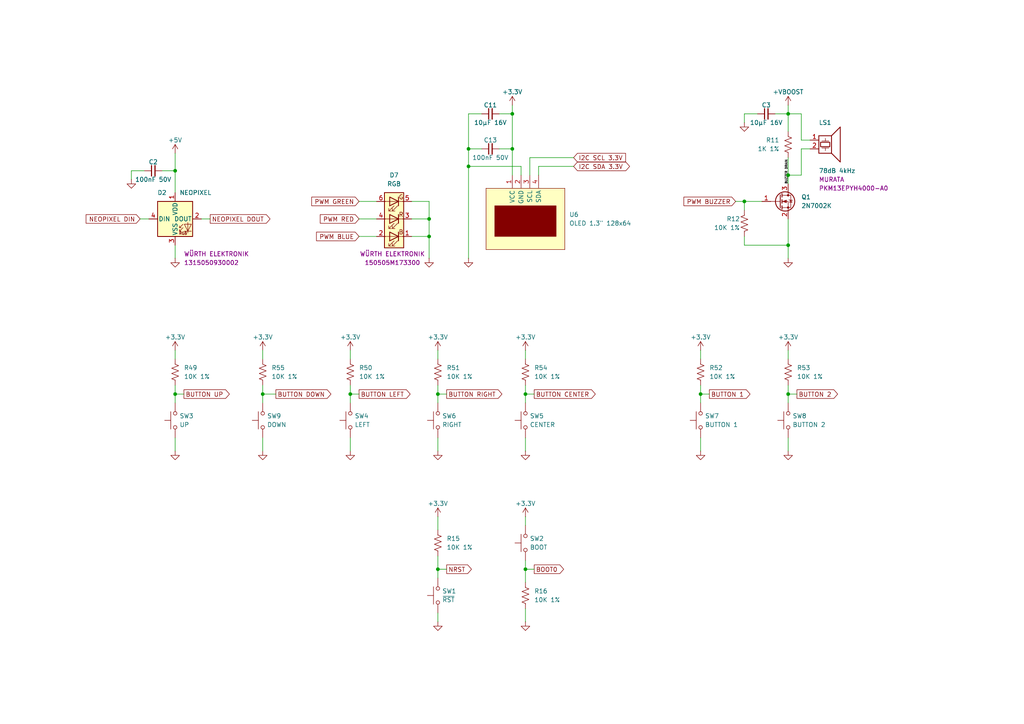
<source format=kicad_sch>
(kicad_sch (version 20231120) (generator "eeschema") (generator_version "8.0")
  (paper "A4")
  (title_block (title "EMBARCADOS - CURSO PCB") (date "2024-11-11") (rev "00") (company "Mechatronix Lab") (comment 1 "Eng. André A. M. Araújo"))
  (lib_symbols
    (symbol "EMBARCADOS - CURSO PCB:+5V" (power) (pin_numbers hide) (pin_names (offset 0) hide)
      (property "Value" "+5V" (at 0 3.556 0))
      (symbol "+5V_0_1"
        (polyline (pts (xy -0.762 1.27) (xy 0 2.54)))
        (polyline (pts (xy 0 0) (xy 0 2.54)))
        (polyline (pts (xy 0 2.54) (xy 0.762 1.27)))
      )
      (symbol "+5V_1_1"
        (pin power_in line (at 0 0 90) (length 0) (name "~") (number "1"))
      )
    )
    (symbol "EMBARCADOS - CURSO PCB:CAP 0603 100nF 50V AVX KGM15BR71H104K " (pin_numbers hide) (pin_names (offset 0.254) hide)
      (property "Reference" "C" (at 0.254 1.778 0))
      (property "Value" "100nF 50V" (at 0.254 -2.032 0))
      (symbol "CAP 0603 100nF 50V AVX KGM15BR71H104K _0_1"
        (polyline (pts (xy -1.524 -0.508) (xy 1.524 -0.508)) (stroke (width 0.3302)))
        (polyline (pts (xy -1.524 0.508) (xy 1.524 0.508)) (stroke (width 0.3048)))
      )
      (symbol "CAP 0603 100nF 50V AVX KGM15BR71H104K _1_1"
        (pin passive line (at 0 2.54 270) (length 2.032) (name "~") (number "1"))
        (pin passive line (at 0 -2.54 90) (length 2.032) (name "~") (number "2"))
      )
    )
    (symbol "EMBARCADOS - CURSO PCB:CAP 0805 10uF 16V AVX KGM21AR71C106K" (pin_numbers hide) (pin_names (offset 0.254) hide)
      (property "Reference" "C" (at 0.254 1.778 0))
      (property "Value" "10µF 16V" (at 0.254 -2.032 0))
      (symbol "CAP 0805 10uF 16V AVX KGM21AR71C106K_0_1"
        (polyline (pts (xy -1.524 -0.508) (xy 1.524 -0.508)) (stroke (width 0.3302)))
        (polyline (pts (xy -1.524 0.508) (xy 1.524 0.508)) (stroke (width 0.3048)))
      )
      (symbol "CAP 0805 10uF 16V AVX KGM21AR71C106K_1_1"
        (pin passive line (at 0 2.54 270) (length 2.032) (name "~") (number "1"))
        (pin passive line (at 0 -2.54 90) (length 2.032) (name "~") (number "2"))
      )
    )
    (symbol "EMBARCADOS - CURSO PCB:DISPLAY OLED 1.3{dblquote} 128x64"
      (property "Reference" "U" (at 12.7 8.128 0))
      (property "Value" "OLED 1.3\" 128x64" (at 20.828 -7.874 0))
      (symbol "DISPLAY OLED 1.3{dblquote} 128x64_1_0"
        (rectangle (start -11.43 8.89) (end 11.43 -8.89) (fill (type background)))
        (rectangle (start -8.89 3.81) (end 8.89 -5.08) (fill (type outline)))
      )
      (symbol "DISPLAY OLED 1.3{dblquote} 128x64_1_1"
        (pin power_in line (at -3.81 12.7 270) (length 3.81) (name "VCC") (number "1"))
        (pin power_in line (at -1.27 12.7 270) (length 3.81) (name "GND") (number "2"))
        (pin input line (at 1.27 12.7 270) (length 3.81) (name "SCL") (number "3"))
        (pin bidirectional line (at 3.81 12.7 270) (length 3.81) (name "SDA") (number "4"))
      )
    )
    (symbol "EMBARCADOS - CURSO PCB:LED RGB (NEOPIXEL/WS2812B) WÜRTH ELEKTRONIK 1315050930002 " (pin_names (offset 0.254))
      (property "Reference" "D" (at 5.08 5.715 0))
      (property "Value" "NEOPIXEL" (at 1.27 -5.715 0))
      (symbol "LED RGB (NEOPIXEL/WS2812B) WÜRTH ELEKTRONIK 1315050930002 _0_0"
        (text "RGB" (at 2.286 -4.191 0) (effects (font (size 0.762 0.762))))
      )
      (symbol "LED RGB (NEOPIXEL/WS2812B) WÜRTH ELEKTRONIK 1315050930002 _0_1"
        (polyline (pts (xy 1.27 -3.556) (xy 1.778 -3.556)))
        (polyline (pts (xy 1.27 -2.54) (xy 1.778 -2.54)))
        (polyline (pts (xy 4.699 -3.556) (xy 2.667 -3.556)))
        (polyline (pts (xy 2.286 -2.54) (xy 1.27 -3.556) (xy 1.27 -3.048)))
        (polyline (pts (xy 2.286 -1.524) (xy 1.27 -2.54) (xy 1.27 -2.032)))
        (polyline (pts (xy 3.683 -1.016) (xy 3.683 -3.556) (xy 3.683 -4.064)))
        (polyline (pts (xy 4.699 -1.524) (xy 2.667 -1.524) (xy 3.683 -3.556) (xy 4.699 -1.524)))
        (rectangle (start 5.08 5.08) (end -5.08 -5.08) (stroke (width 0.254)) (fill (type background)))
      )
      (symbol "LED RGB (NEOPIXEL/WS2812B) WÜRTH ELEKTRONIK 1315050930002 _1_1"
        (pin power_in line (at 0 7.62 270) (length 2.54) (name "VDD") (number "1"))
        (pin output line (at 7.62 0 180) (length 2.54) (name "DOUT") (number "2"))
        (pin power_in line (at 0 -7.62 90) (length 2.54) (name "VSS") (number "3"))
        (pin input line (at -7.62 0 0) (length 2.54) (name "DIN") (number "4"))
      )
    )
    (symbol "EMBARCADOS - CURSO PCB:LED RGB WÜRTH ELEKTRONIK 150505M173300 " (pin_names (offset 0) hide)
      (property "Reference" "D" (at 0 9.398 0))
      (property "Value" "RGB" (at 0 -8.89 0))
      (symbol "LED RGB WÜRTH ELEKTRONIK 150505M173300 _0_0"
        (text "B" (at -2.032 3.81 0) (effects (font (size 1.27 1.27))))
        (text "G" (at -2.032 -6.35 0) (effects (font (size 1.27 1.27))))
        (text "R" (at -2.032 -1.27 0) (effects (font (size 1.27 1.27))))
      )
      (symbol "LED RGB WÜRTH ELEKTRONIK 150505M173300 _0_1"
        (polyline (pts (xy -1.27 -5.08) (xy -2.54 -5.08)))
        (polyline (pts (xy -1.27 -5.08) (xy 1.27 -5.08)))
        (polyline (pts (xy -1.27 -3.81) (xy -1.27 -6.35)) (stroke (width 0.254)))
        (polyline (pts (xy -1.27 0) (xy -2.54 0)))
        (polyline (pts (xy -1.27 1.27) (xy -1.27 -1.27)) (stroke (width 0.254)))
        (polyline (pts (xy -1.27 5.08) (xy -2.54 5.08)))
        (polyline (pts (xy -1.27 5.08) (xy 1.27 5.08)))
        (polyline (pts (xy -1.27 6.35) (xy -1.27 3.81)) (stroke (width 0.254)))
        (polyline (pts (xy 1.27 -5.08) (xy 2.54 -5.08)))
        (polyline (pts (xy 1.27 0) (xy -1.27 0)))
        (polyline (pts (xy 1.27 0) (xy 2.54 0)))
        (polyline (pts (xy 1.27 5.08) (xy 2.54 5.08)))
        (polyline (pts (xy -1.27 1.27) (xy -1.27 -1.27) (xy -1.27 -1.27)))
        (polyline (pts (xy -1.27 6.35) (xy -1.27 3.81) (xy -1.27 3.81)))
        (polyline (pts (xy 1.27 -3.81) (xy 1.27 -6.35) (xy -1.27 -5.08) (xy 1.27 -3.81)) (stroke (width 0.254)))
        (polyline (pts (xy 1.27 1.27) (xy 1.27 -1.27) (xy -1.27 0) (xy 1.27 1.27)) (stroke (width 0.254)))
        (polyline (pts (xy 1.27 6.35) (xy 1.27 3.81) (xy -1.27 5.08) (xy 1.27 6.35)) (stroke (width 0.254)))
        (polyline (pts (xy -1.016 -3.81) (xy 0.508 -2.286) (xy -0.254 -2.286) (xy 0.508 -2.286) (xy 0.508 -3.048)))
        (polyline (pts (xy -1.016 1.27) (xy 0.508 2.794) (xy -0.254 2.794) (xy 0.508 2.794) (xy 0.508 2.032)))
        (polyline (pts (xy -1.016 6.35) (xy 0.508 7.874) (xy -0.254 7.874) (xy 0.508 7.874) (xy 0.508 7.112)))
        (polyline (pts (xy 0 -3.81) (xy 1.524 -2.286) (xy 0.762 -2.286) (xy 1.524 -2.286) (xy 1.524 -3.048)))
        (polyline (pts (xy 0 1.27) (xy 1.524 2.794) (xy 0.762 2.794) (xy 1.524 2.794) (xy 1.524 2.032)))
        (polyline (pts (xy 0 6.35) (xy 1.524 7.874) (xy 0.762 7.874) (xy 1.524 7.874) (xy 1.524 7.112)))
        (rectangle (start 1.27 -1.27) (end 1.27 1.27))
        (rectangle (start 1.27 1.27) (end 1.27 1.27))
        (rectangle (start 1.27 3.81) (end 1.27 6.35))
        (rectangle (start 1.27 6.35) (end 1.27 6.35))
        (rectangle (start 2.794 8.382) (end -2.794 -7.62) (stroke (width 0.254)) (fill (type background)))
      )
      (symbol "LED RGB WÜRTH ELEKTRONIK 150505M173300 _1_1"
        (pin passive line (at -5.08 5.08 0) (length 2.54) (name "RK") (number "1"))
        (pin passive line (at 5.08 5.08 180) (length 2.54) (name "GK") (number "2"))
        (pin passive line (at -5.08 0 0) (length 2.54) (name "BK") (number "3"))
        (pin passive line (at 5.08 0 180) (length 2.54) (name "BA") (number "4"))
        (pin passive line (at -5.08 -5.08 0) (length 2.54) (name "GA") (number "5"))
        (pin passive line (at 5.08 -5.08 180) (length 2.54) (name "RA") (number "6"))
      )
    )
    (symbol "EMBARCADOS - CURSO PCB:POWER GND" (power) (pin_numbers hide) (pin_names (offset 0) hide)
      (property "Value" "POWER GND" (at 0 -3.81 0))
      (symbol "POWER GND_0_1"
        (polyline (pts (xy 0 0) (xy 0 -1.27) (xy 1.27 -1.27) (xy 0 -2.54) (xy -1.27 -1.27) (xy 0 -1.27)))
      )
      (symbol "POWER GND_1_1"
        (pin power_in line (at 0 0 270) (length 0) (name "~") (number "1"))
      )
    )
    (symbol "EMBARCADOS - CURSO PCB:RES 0603 10K 1% VISHAY CRCW060310K0FK " (pin_numbers hide) (pin_names (offset 0))
      (property "Reference" "R" (at 2.54 0 90))
      (property "Value" "10K 1%" (at -2.54 0 90))
      (symbol "RES 0603 10K 1% VISHAY CRCW060310K0FK _0_1"
        (polyline (pts (xy 0 -2.286) (xy 0 -2.54)))
        (polyline (pts (xy 0 2.286) (xy 0 2.54)))
        (polyline (pts (xy 0 -0.762) (xy 1.016 -1.143) (xy 0 -1.524) (xy -1.016 -1.905) (xy 0 -2.286)))
        (polyline (pts (xy 0 0.762) (xy 1.016 0.381) (xy 0 0) (xy -1.016 -0.381) (xy 0 -0.762)))
        (polyline (pts (xy 0 2.286) (xy 1.016 1.905) (xy 0 1.524) (xy -1.016 1.143) (xy 0 0.762)))
      )
      (symbol "RES 0603 10K 1% VISHAY CRCW060310K0FK _1_1"
        (pin passive line (at 0 3.81 270) (length 1.27) (name "~") (number "1"))
        (pin passive line (at 0 -3.81 90) (length 1.27) (name "~") (number "2"))
      )
    )
    (symbol "EMBARCADOS - CURSO PCB:RES 0603 1K 1% VISHAY CRCW06031K00FK " (pin_numbers hide) (pin_names (offset 0))
      (property "Reference" "R" (at 2.54 0 90))
      (property "Value" "1K 1% " (at -2.54 0 90))
      (symbol "RES 0603 1K 1% VISHAY CRCW06031K00FK _0_1"
        (polyline (pts (xy 0 -2.286) (xy 0 -2.54)))
        (polyline (pts (xy 0 2.286) (xy 0 2.54)))
        (polyline (pts (xy 0 -0.762) (xy 1.016 -1.143) (xy 0 -1.524) (xy -1.016 -1.905) (xy 0 -2.286)))
        (polyline (pts (xy 0 0.762) (xy 1.016 0.381) (xy 0 0) (xy -1.016 -0.381) (xy 0 -0.762)))
        (polyline (pts (xy 0 2.286) (xy 1.016 1.905) (xy 0 1.524) (xy -1.016 1.143) (xy 0 0.762)))
      )
      (symbol "RES 0603 1K 1% VISHAY CRCW06031K00FK _1_1"
        (pin passive line (at 0 3.81 270) (length 1.27) (name "~") (number "1"))
        (pin passive line (at 0 -3.81 90) (length 1.27) (name "~") (number "2"))
      )
    )
    (symbol "EMBARCADOS - CURSO PCB:SPEAKER MURATA PKM13EPYH4000-A0" (pin_names (offset 0) hide)
      (property "Reference" "LS" (at 0 6.35 0))
      (property "Value" "78dB 4kHz " (at 0.254 -6.35 0))
      (symbol "SPEAKER MURATA PKM13EPYH4000-A0_0_0"
        (rectangle (start -3.81 2.54) (end -0.127 -2.54) (stroke (width 0.254)))
        (rectangle (start -3.302 0.635) (end -0.635 -0.635) (stroke (width 0.254)))
        (polyline (pts (xy -2.921 -1.016) (xy -0.889 -1.016)))
        (polyline (pts (xy -2.921 1.016) (xy -0.889 1.016)))
        (polyline (pts (xy -1.905 -1.016) (xy -1.905 -1.778)))
        (polyline (pts (xy -1.905 1.016) (xy -1.905 1.778)))
        (polyline (pts (xy -0.127 2.54) (xy 2.413 5.08) (xy 2.413 -5.08) (xy -0.127 -2.54)) (stroke (width 0.254)))
      )
      (symbol "SPEAKER MURATA PKM13EPYH4000-A0_1_1"
        (pin input line (at -6.35 1.27 0) (length 2.54) (name "1") (number "1"))
        (pin input line (at -6.35 -1.27 0) (length 2.54) (name "2") (number "2"))
      )
    )
    (symbol "EMBARCADOS - CURSO PCB:SWITCH TACTILE C&K PTS526SM20SMTR21 LFS" (pin_numbers hide) (pin_names (offset 1.016) hide)
      (property "Reference" "SW" (at 1.27 2.54 0))
      (property "Value" "PTS526SM20SMTR21 LFS " (at 0 -1.524 0))
      (symbol "SWITCH TACTILE C&K PTS526SM20SMTR21 LFS_0_1"
        (circle (center -2.032 0) (radius 0.508))
        (polyline (pts (xy 0 1.27) (xy 0 3.048)))
        (polyline (pts (xy 2.54 1.27) (xy -2.54 1.27)))
        (circle (center 2.032 0) (radius 0.508))
        (pin passive line (at -5.08 0 0) (length 2.54) (name "A") (number "1"))
      )
      (symbol "SWITCH TACTILE C&K PTS526SM20SMTR21 LFS_1_1"
        (pin passive line (at 5.08 0 180) (length 2.54) (name "B") (number "2"))
      )
    )
    (symbol "EMBARCADOS - CURSO PCB:TRANSISTOR 2N7002K-7" (pin_names hide)
      (property "Reference" "Q" (at 5.08 1.905 0))
      (property "Value" "2N7002K" (at 5.08 0 0))
      (symbol "TRANSISTOR 2N7002K-7_0_1"
        (polyline (pts (xy 0.254 0) (xy -2.54 0)))
        (polyline (pts (xy 0.254 1.905) (xy 0.254 -1.905)) (stroke (width 0.254)))
        (polyline (pts (xy 0.762 -1.27) (xy 0.762 -2.286)) (stroke (width 0.254)))
        (polyline (pts (xy 0.762 0.508) (xy 0.762 -0.508)) (stroke (width 0.254)))
        (polyline (pts (xy 0.762 2.286) (xy 0.762 1.27)) (stroke (width 0.254)))
        (polyline (pts (xy 2.54 2.54) (xy 2.54 1.778)))
        (polyline (pts (xy 2.54 -2.54) (xy 2.54 0) (xy 0.762 0)))
        (polyline (pts (xy 0.762 -1.778) (xy 3.302 -1.778) (xy 3.302 1.778) (xy 0.762 1.778)))
        (polyline (pts (xy 1.016 0) (xy 2.032 0.381) (xy 2.032 -0.381) (xy 1.016 0)) (fill (type outline)))
        (polyline (pts (xy 2.794 0.508) (xy 2.921 0.381) (xy 3.683 0.381) (xy 3.81 0.254)))
        (polyline (pts (xy 3.302 0.381) (xy 2.921 -0.254) (xy 3.683 -0.254) (xy 3.302 0.381)))
        (circle (center 1.651 0) (radius 2.794) (stroke (width 0.254)))
        (circle (center 2.54 -1.778) (radius 0.254) (fill (type outline)))
        (circle (center 2.54 1.778) (radius 0.254) (fill (type outline)))
      )
      (symbol "TRANSISTOR 2N7002K-7_1_1"
        (pin input line (at -5.08 0 0) (length 2.54) (name "G") (number "1"))
        (pin passive line (at 2.54 -5.08 90) (length 2.54) (name "S") (number "2"))
        (pin passive line (at 2.54 5.08 270) (length 2.54) (name "D") (number "3"))
      )
    )
  )
  (junction (at 50.8 114.3))
  (junction (at 152.4 114.3))
  (junction (at 127 114.3))
  (junction (at 148.59 43.18))
  (junction (at 50.8 49.53))
  (junction (at 135.89 48.26))
  (junction (at 124.46 63.5))
  (junction (at 228.6 114.3))
  (junction (at 135.89 43.18))
  (junction (at 203.2 114.3))
  (junction (at 228.6 71.12))
  (junction (at 76.2 114.3))
  (junction (at 228.6 33.02))
  (junction (at 148.59 33.02))
  (junction (at 228.6 50.8))
  (junction (at 215.9 58.42))
  (junction (at 124.46 68.58))
  (junction (at 152.4 165.1))
  (junction (at 101.6 114.3))
  (junction (at 127 165.1))
  (wire (pts (xy 152.4 165.1) (xy 154.94 165.1)))
  (wire (pts (xy 228.6 111.76) (xy 228.6 114.3)))
  (wire (pts (xy 101.6 114.3) (xy 104.14 114.3)))
  (wire (pts (xy 152.4 127) (xy 152.4 130.81)))
  (wire (pts (xy 228.6 50.8) (xy 232.41 50.8)))
  (wire (pts (xy 203.2 127) (xy 203.2 130.81)))
  (wire (pts (xy 127 177.8) (xy 127 180.34)))
  (wire (pts (xy 124.46 68.58) (xy 124.46 63.5)))
  (wire (pts (xy 76.2 101.6) (xy 76.2 104.14)))
  (wire (pts (xy 228.6 101.6) (xy 228.6 104.14)))
  (wire (pts (xy 101.6 127) (xy 101.6 130.81)))
  (wire (pts (xy 76.2 127) (xy 76.2 130.81)))
  (wire (pts (xy 76.2 111.76) (xy 76.2 114.3)))
  (wire (pts (xy 228.6 30.48) (xy 228.6 33.02)))
  (wire (pts (xy 166.37 45.72) (xy 153.67 45.72)))
  (wire (pts (xy 135.89 43.18) (xy 139.7 43.18)))
  (wire (pts (xy 152.4 111.76) (xy 152.4 114.3)))
  (wire (pts (xy 152.4 165.1) (xy 152.4 168.91)))
  (wire (pts (xy 148.59 30.48) (xy 148.59 33.02)))
  (wire (pts (xy 228.6 50.8) (xy 228.6 53.34)))
  (wire (pts (xy 151.13 48.26) (xy 135.89 48.26)))
  (wire (pts (xy 153.67 45.72) (xy 153.67 50.8)))
  (wire (pts (xy 152.4 114.3) (xy 154.94 114.3)))
  (wire (pts (xy 127 114.3) (xy 127 116.84)))
  (wire (pts (xy 139.7 33.02) (xy 135.89 33.02)))
  (wire (pts (xy 232.41 43.18) (xy 234.95 43.18)))
  (wire (pts (xy 119.38 63.5) (xy 124.46 63.5)))
  (wire (pts (xy 148.59 43.18) (xy 148.59 50.8)))
  (wire (pts (xy 119.38 68.58) (xy 124.46 68.58)))
  (wire (pts (xy 50.8 71.12) (xy 50.8 74.93)))
  (wire (pts (xy 104.14 63.5) (xy 109.22 63.5)))
  (wire (pts (xy 127 114.3) (xy 129.54 114.3)))
  (wire (pts (xy 152.4 176.53) (xy 152.4 180.34)))
  (wire (pts (xy 135.89 48.26) (xy 135.89 74.93)))
  (wire (pts (xy 50.8 127) (xy 50.8 130.81)))
  (wire (pts (xy 148.59 33.02) (xy 148.59 43.18)))
  (wire (pts (xy 50.8 114.3) (xy 53.34 114.3)))
  (wire (pts (xy 228.6 33.02) (xy 228.6 38.1)))
  (wire (pts (xy 152.4 114.3) (xy 152.4 116.84)))
  (wire (pts (xy 224.79 33.02) (xy 228.6 33.02)))
  (wire (pts (xy 101.6 101.6) (xy 101.6 104.14)))
  (wire (pts (xy 127 161.29) (xy 127 165.1)))
  (wire (pts (xy 232.41 43.18) (xy 232.41 50.8)))
  (wire (pts (xy 127 127) (xy 127 130.81)))
  (wire (pts (xy 104.14 58.42) (xy 109.22 58.42)))
  (wire (pts (xy 151.13 50.8) (xy 151.13 48.26)))
  (wire (pts (xy 234.95 40.64) (xy 232.41 40.64)))
  (wire (pts (xy 228.6 33.02) (xy 232.41 33.02)))
  (wire (pts (xy 228.6 71.12) (xy 228.6 74.93)))
  (wire (pts (xy 213.36 58.42) (xy 215.9 58.42)))
  (wire (pts (xy 228.6 127) (xy 228.6 130.81)))
  (wire (pts (xy 127 111.76) (xy 127 114.3)))
  (wire (pts (xy 228.6 45.72) (xy 228.6 50.8)))
  (wire (pts (xy 215.9 68.58) (xy 215.9 71.12)))
  (wire (pts (xy 203.2 114.3) (xy 205.74 114.3)))
  (wire (pts (xy 228.6 114.3) (xy 231.14 114.3)))
  (wire (pts (xy 156.21 48.26) (xy 156.21 50.8)))
  (wire (pts (xy 135.89 33.02) (xy 135.89 43.18)))
  (wire (pts (xy 76.2 114.3) (xy 76.2 116.84)))
  (wire (pts (xy 104.14 68.58) (xy 109.22 68.58)))
  (wire (pts (xy 46.99 49.53) (xy 50.8 49.53)))
  (wire (pts (xy 50.8 114.3) (xy 50.8 116.84)))
  (wire (pts (xy 127 149.86) (xy 127 153.67)))
  (wire (pts (xy 152.4 101.6) (xy 152.4 104.14)))
  (wire (pts (xy 215.9 58.42) (xy 220.98 58.42)))
  (wire (pts (xy 228.6 63.5) (xy 228.6 71.12)))
  (wire (pts (xy 166.37 48.26) (xy 156.21 48.26)))
  (wire (pts (xy 203.2 111.76) (xy 203.2 114.3)))
  (wire (pts (xy 127 101.6) (xy 127 104.14)))
  (wire (pts (xy 101.6 114.3) (xy 101.6 116.84)))
  (wire (pts (xy 124.46 74.93) (xy 124.46 68.58)))
  (wire (pts (xy 152.4 162.56) (xy 152.4 165.1)))
  (wire (pts (xy 215.9 71.12) (xy 228.6 71.12)))
  (wire (pts (xy 144.78 33.02) (xy 148.59 33.02)))
  (wire (pts (xy 40.64 63.5) (xy 43.18 63.5)))
  (wire (pts (xy 127 165.1) (xy 127 167.64)))
  (wire (pts (xy 50.8 49.53) (xy 50.8 55.88)))
  (wire (pts (xy 38.1 52.07) (xy 38.1 49.53)))
  (wire (pts (xy 124.46 63.5) (xy 124.46 58.42)))
  (wire (pts (xy 124.46 58.42) (xy 119.38 58.42)))
  (wire (pts (xy 144.78 43.18) (xy 148.59 43.18)))
  (wire (pts (xy 228.6 114.3) (xy 228.6 116.84)))
  (wire (pts (xy 203.2 114.3) (xy 203.2 116.84)))
  (wire (pts (xy 76.2 114.3) (xy 80.01 114.3)))
  (wire (pts (xy 215.9 33.02) (xy 215.9 35.56)))
  (wire (pts (xy 38.1 49.53) (xy 41.91 49.53)))
  (wire (pts (xy 50.8 44.45) (xy 50.8 49.53)))
  (wire (pts (xy 203.2 101.6) (xy 203.2 104.14)))
  (wire (pts (xy 232.41 40.64) (xy 232.41 33.02)))
  (wire (pts (xy 58.42 63.5) (xy 60.96 63.5)))
  (wire (pts (xy 215.9 58.42) (xy 215.9 60.96)))
  (wire (pts (xy 135.89 43.18) (xy 135.89 48.26)))
  (wire (pts (xy 215.9 33.02) (xy 219.71 33.02)))
  (wire (pts (xy 152.4 149.86) (xy 152.4 152.4)))
  (wire (pts (xy 127 165.1) (xy 129.54 165.1)))
  (wire (pts (xy 50.8 101.6) (xy 50.8 104.14)))
  (wire (pts (xy 101.6 111.76) (xy 101.6 114.3)))
  (wire (pts (xy 50.8 111.76) (xy 50.8 114.3)))
  (label "BUZZER DRAIN" (at 228.6 53.34 90) (effects (font (size 0.635 0.635))))
  (global_label "BUTTON 1" (shape output) (at 205.74 114.3 0) (property "Intersheetrefs" "${INTERSHEET_REFS}" (effects (hide yes))))
  (global_label "NRST" (shape output) (at 129.54 165.1 0) (property "Intersheetrefs" "${INTERSHEET_REFS}" (effects (hide yes))))
  (global_label "BUTTON LEFT" (shape output) (at 104.14 114.3 0) (property "Intersheetrefs" "${INTERSHEET_REFS}" (effects (hide yes))))
  (global_label "BUTTON UP" (shape output) (at 53.34 114.3 0) (property "Intersheetrefs" "${INTERSHEET_REFS}" (effects (hide yes))))
  (global_label "PWM RED" (shape input) (at 104.14 63.5 180) (property "Intersheetrefs" "${INTERSHEET_REFS}" (effects (hide yes))))
  (global_label "BUTTON DOWN" (shape output) (at 80.01 114.3 0) (property "Intersheetrefs" "${INTERSHEET_REFS}" (effects (hide yes))))
  (global_label "I2C SCL 3.3V" (shape input) (at 166.37 45.72 0) (property "Intersheetrefs" "${INTERSHEET_REFS}" (effects (hide yes))))
  (global_label "NEOPIXEL DIN" (shape input) (at 40.64 63.5 180) (property "Intersheetrefs" "${INTERSHEET_REFS}" (effects (hide yes))))
  (global_label "BOOT0" (shape output) (at 154.94 165.1 0) (property "Intersheetrefs" "${INTERSHEET_REFS}" (effects (hide yes))))
  (global_label "BUTTON CENTER" (shape output) (at 154.94 114.3 0) (property "Intersheetrefs" "${INTERSHEET_REFS}" (effects (hide yes))))
  (global_label "PWM BLUE" (shape input) (at 104.14 68.58 180) (property "Intersheetrefs" "${INTERSHEET_REFS}" (effects (hide yes))))
  (global_label "BUTTON RIGHT" (shape output) (at 129.54 114.3 0) (property "Intersheetrefs" "${INTERSHEET_REFS}" (effects (hide yes))))
  (global_label "NEOPIXEL DOUT" (shape output) (at 60.96 63.5 0) (property "Intersheetrefs" "${INTERSHEET_REFS}" (effects (hide yes))))
  (global_label "BUTTON 2" (shape output) (at 231.14 114.3 0) (property "Intersheetrefs" "${INTERSHEET_REFS}" (effects (hide yes))))
  (global_label "I2C SDA 3.3V" (shape bidirectional) (at 166.37 48.26 0) (property "Intersheetrefs" "${INTERSHEET_REFS}" (effects (hide yes))))
  (global_label "PWM BUZZER" (shape input) (at 213.36 58.42 180) (property "Intersheetrefs" "${INTERSHEET_REFS}" (effects (hide yes))))
  (global_label "PWM GREEN" (shape input) (at 104.14 58.42 180) (property "Intersheetrefs" "${INTERSHEET_REFS}" (effects (hide yes))))
  (symbol (lib_id "EMBARCADOS - CURSO PCB:+5V") (at 228.6 30.48 0) (unit 1)
    (property "Reference" "#PWR078" (effects (hide yes)))
    (property "Value" "+VBOOST" (at 228.6 26.67 0))
    (property "Description" "Power symbol creates a global label with name \"+5V\"" (effects (hide yes)))
  )
  (symbol (lib_id "EMBARCADOS - CURSO PCB:RES 0603 1K 1% VISHAY CRCW06031K00FK ") (at 228.6 41.91 0) (unit 1)
    (property "Reference" "R11" (at 226.06 40.64 0) (effects (justify right)))
    (property "Value" "1K 1%" (at 226.06 43.18 0) (effects (justify right)))
    (property "Footprint" "EMBARCADOS - CURSO PCB:R_0603_1608Metric" (effects (hide yes)))
    (property "Datasheet" "https://www.we-online.com/components/products/datasheet/61300411821.pdf" (effects (hide yes)))
    (property "Description" "RES 0603 1K 1% VISHAY" (effects (hide yes)))
    (property "MPN" "CRCW06031K00FK " (effects (hide yes)))
    (property "Manufacturer" "VISHAY " (effects (hide yes)))
    (property "3D Model" "KiCad" (effects (hide yes)))
    (property "Notes" "-" (effects (hide yes)))
    (property "LCSC Part # " "C21190 " (effects (hide yes)))
    (property "LCSC MPN " "0603WAF1001T5E " (effects (hide yes)))
    (property "LCSC MANUFACTURER " "UNI-ROYAL " (effects (hide yes)))
  )
  (symbol (lib_id "EMBARCADOS - CURSO PCB:POWER GND") (at 228.6 74.93 0) (unit 1)
    (property "Reference" "#PWR079" (effects (hide yes)))
    (property "Value" "GND" (effects (hide yes)))
    (property "Description" "Power symbol creates a global label with name \"GND\" , ground" (effects (hide yes)))
  )
  (symbol (lib_id "EMBARCADOS - CURSO PCB:POWER GND") (at 127 180.34 0) (unit 1)
    (property "Reference" "#PWR0100" (effects (hide yes)))
    (property "Value" "GND" (effects (hide yes)))
    (property "Description" "Power symbol creates a global label with name \"GND\" , ground" (effects (hide yes)))
  )
  (symbol (lib_id "EMBARCADOS - CURSO PCB:RES 0603 10K 1% VISHAY CRCW060310K0FK ") (at 101.6 107.95 0) (unit 1)
    (property "Reference" "R50" (at 104.14 106.6799 0) (effects (justify left)))
    (property "Value" "10K 1%" (at 104.14 109.2199 0) (effects (justify left)))
    (property "Footprint" "EMBARCADOS - CURSO PCB:R_0603_1608Metric" (effects (hide yes)))
    (property "Datasheet" "https://www.we-online.com/components/products/datasheet/61300411821.pdf" (effects (hide yes)))
    (property "Description" "RES 0603 10K 1% VISHAY" (effects (hide yes)))
    (property "MPN" "CRCW060310K0FK " (effects (hide yes)))
    (property "Manufacturer" "VISHAY " (effects (hide yes)))
    (property "3D Model" "KiCad" (effects (hide yes)))
    (property "Notes" "-" (effects (hide yes)))
    (property "LCSC Part # " "C25804 " (effects (hide yes)))
    (property "LCSC MPN " "0603WAF1002T5E " (effects (hide yes)))
    (property "LCSC MANUFACTURER " "UNI-ROYAL " (effects (hide yes)))
  )
  (symbol (lib_id "EMBARCADOS - CURSO PCB:+5V") (at 228.6 101.6 0) (unit 1)
    (property "Reference" "#PWR097" (effects (hide yes)))
    (property "Value" "+3.3V" (at 228.6 97.79 0))
    (property "Description" "Power symbol creates a global label with name \"+5V\"" (effects (hide yes)))
  )
  (symbol (lib_id "EMBARCADOS - CURSO PCB:+5V") (at 127 101.6 0) (unit 1)
    (property "Reference" "#PWR091" (effects (hide yes)))
    (property "Value" "+3.3V" (at 127 97.79 0))
    (property "Description" "Power symbol creates a global label with name \"+5V\"" (effects (hide yes)))
  )
  (symbol (lib_id "EMBARCADOS - CURSO PCB:POWER GND") (at 215.9 35.56 0) (unit 1)
    (property "Reference" "#PWR081" (effects (hide yes)))
    (property "Value" "GND" (effects (hide yes)))
    (property "Description" "Power symbol creates a global label with name \"GND\" , ground" (effects (hide yes)))
  )
  (symbol (lib_id "EMBARCADOS - CURSO PCB:+5V") (at 50.8 101.6 0) (unit 1)
    (property "Reference" "#PWR086" (effects (hide yes)))
    (property "Value" "+3.3V" (at 50.8 97.79 0))
    (property "Description" "Power symbol creates a global label with name \"+5V\"" (effects (hide yes)))
  )
  (symbol (lib_id "EMBARCADOS - CURSO PCB:+5V") (at 152.4 149.86 0) (unit 1)
    (property "Reference" "#PWR0104" (effects (hide yes)))
    (property "Value" "+3.3V" (at 152.4 146.05 0))
    (property "Description" "Power symbol creates a global label with name \"+5V\"" (effects (hide yes)))
  )
  (symbol (lib_id "EMBARCADOS - CURSO PCB:CAP 0603 100nF 50V AVX KGM15BR71H104K ") (at 142.24 43.18 90) (unit 1)
    (property "Reference" "C13" (at 142.24 40.64 90))
    (property "Value" "100nF 50V" (at 142.24 45.72 90))
    (property "Footprint" "EMBARCADOS - CURSO PCB:C_0603_1608Metric" (effects (hide yes)))
    (property "Datasheet" "https://datasheets.kyocera-avx.com/KGM_X7R.pdf" (effects (hide yes)))
    (property "Description" "CAP 0603 100nF 50V AVX" (effects (hide yes)))
    (property "MPN" "KGM15BR71H104K " (effects (hide yes)))
    (property "Manufacturer" "KYOCERA/AVX " (effects (hide yes)))
    (property "3D Model" "KiCad" (effects (hide yes)))
    (property "Notes" "-" (effects (hide yes)))
    (property "LCSC Part #" "C14663 " (effects (hide yes)))
    (property "LCSC MPN " "CC0603KRX7R9BB104 " (effects (hide yes)))
    (property "LCSC MANUFACTURER " "YAGEO " (effects (hide yes)))
  )
  (symbol (lib_id "EMBARCADOS - CURSO PCB:RES 0603 10K 1% VISHAY CRCW060310K0FK ") (at 152.4 172.72 0) (unit 1)
    (property "Reference" "R16" (at 154.94 171.4499 0) (effects (justify left)))
    (property "Value" "10K 1%" (at 154.94 173.9899 0) (effects (justify left)))
    (property "Footprint" "EMBARCADOS - CURSO PCB:R_0603_1608Metric" (effects (hide yes)))
    (property "Datasheet" "https://www.we-online.com/components/products/datasheet/61300411821.pdf" (effects (hide yes)))
    (property "Description" "RES 0603 10K 1% VISHAY" (effects (hide yes)))
    (property "MPN" "CRCW060310K0FK " (effects (hide yes)))
    (property "Manufacturer" "VISHAY " (effects (hide yes)))
    (property "3D Model" "KiCad" (effects (hide yes)))
    (property "Notes" "-" (effects (hide yes)))
    (property "LCSC Part # " "C25804 " (effects (hide yes)))
    (property "LCSC MPN " "0603WAF1002T5E " (effects (hide yes)))
    (property "LCSC MANUFACTURER " "UNI-ROYAL " (effects (hide yes)))
  )
  (symbol (lib_id "EMBARCADOS - CURSO PCB:+5V") (at 76.2 101.6 0) (unit 1)
    (property "Reference" "#PWR087" (effects (hide yes)))
    (property "Value" "+3.3V" (at 76.2 97.79 0))
    (property "Description" "Power symbol creates a global label with name \"+5V\"" (effects (hide yes)))
  )
  (symbol (lib_id "EMBARCADOS - CURSO PCB:SWITCH TACTILE C&K PTS526SM20SMTR21 LFS") (at 127 121.92 90) (unit 1)
    (property "Reference" "SW6" (at 128.27 120.6499 90) (effects (justify right)))
    (property "Value" "RIGHT" (at 128.27 123.1899 90) (effects (justify right)))
    (property "Footprint" "EMBARCADOS - CURSO PCB:C&K PTS526SM20SMTR21 LFS" (effects (hide yes)))
    (property "Datasheet" "https://www.ckswitches.com/media/2780/pts526.pdf" (effects (hide yes)))
    (property "Description" "PTS SERIES MICROMINIATURE TACT SWITCHES" (effects (hide yes)))
    (property "MPN" "PTS526SM20SMTR21 LFS " (effects (hide yes)))
    (property "Manufacturer" "LITTELFUSE/C&K " (effects (hide yes)))
    (property "3D Model" "https://www.ckswitches.com/products/switches/product-details/Tactile/PTS526/PTS526SM20SMTR21%20LFS/ " (effects (hide yes)))
    (property "Notes" "-" (effects (hide yes)))
    (property "LCSC Part # " "-" (effects (hide yes)))
    (property "LCSC MPN " "-" (effects (hide yes)))
    (property "LCSC MANUFACTURER " "-" (effects (hide yes)))
  )
  (symbol (lib_id "EMBARCADOS - CURSO PCB:DISPLAY OLED 1.3{dblquote} 128x64") (at 152.4 63.5 0) (unit 1)
    (property "Reference" "U6" (at 165.1 62.2299 0) (effects (justify left)))
    (property "Value" "OLED 1.3\" 128x64" (at 165.1 64.7699 0) (effects (justify left)))
    (property "Footprint" "EMBARCADOS - CURSO PCB:OLED 128x64 1.3in" (effects (hide yes)))
    (property "Datasheet" "https://www.we-online.com/components/products/datasheet/61300411821.pdf" (effects (hide yes)))
    (property "Description" "OLED 1.3\" 128x64" (effects (hide yes)))
    (property "MPN" "61300411821 " (effects (hide yes)))
    (property "Manufacturer" "WÜRTH ELEKTRONIK " (effects (hide yes)))
    (property "3D Model" "https://www.we-online.com/components/products/download/61300411821%20%28rev1%29.iges" (effects (hide yes)))
    (property "Notes" "THRU HOLE" (effects (hide yes)))
    (property "LCSC Part # " "-" (effects (hide yes)))
    (property "LCSC MPN " "-" (effects (hide yes)))
    (property "LCSC MANUFACTURER " "-" (effects (hide yes)))
  )
  (symbol (lib_id "EMBARCADOS - CURSO PCB:RES 0603 10K 1% VISHAY CRCW060310K0FK ") (at 76.2 107.95 0) (unit 1)
    (property "Reference" "R55" (at 78.74 106.6799 0) (effects (justify left)))
    (property "Value" "10K 1%" (at 78.74 109.2199 0) (effects (justify left)))
    (property "Footprint" "EMBARCADOS - CURSO PCB:R_0603_1608Metric" (effects (hide yes)))
    (property "Datasheet" "https://www.we-online.com/components/products/datasheet/61300411821.pdf" (effects (hide yes)))
    (property "Description" "RES 0603 10K 1% VISHAY" (effects (hide yes)))
    (property "MPN" "CRCW060310K0FK " (effects (hide yes)))
    (property "Manufacturer" "VISHAY " (effects (hide yes)))
    (property "3D Model" "KiCad" (effects (hide yes)))
    (property "Notes" "-" (effects (hide yes)))
    (property "LCSC Part # " "C25804 " (effects (hide yes)))
    (property "LCSC MPN " "0603WAF1002T5E " (effects (hide yes)))
    (property "LCSC MANUFACTURER " "UNI-ROYAL " (effects (hide yes)))
  )
  (symbol (lib_id "EMBARCADOS - CURSO PCB:POWER GND") (at 152.4 180.34 0) (unit 1)
    (property "Reference" "#PWR0103" (effects (hide yes)))
    (property "Value" "GND" (effects (hide yes)))
    (property "Description" "Power symbol creates a global label with name \"GND\" , ground" (effects (hide yes)))
  )
  (symbol (lib_id "EMBARCADOS - CURSO PCB:RES 0603 10K 1% VISHAY CRCW060310K0FK ") (at 228.6 107.95 0) (unit 1)
    (property "Reference" "R53" (at 231.14 106.6799 0) (effects (justify left)))
    (property "Value" "10K 1%" (at 231.14 109.2199 0) (effects (justify left)))
    (property "Footprint" "EMBARCADOS - CURSO PCB:R_0603_1608Metric" (effects (hide yes)))
    (property "Datasheet" "https://www.we-online.com/components/products/datasheet/61300411821.pdf" (effects (hide yes)))
    (property "Description" "RES 0603 10K 1% VISHAY" (effects (hide yes)))
    (property "MPN" "CRCW060310K0FK " (effects (hide yes)))
    (property "Manufacturer" "VISHAY " (effects (hide yes)))
    (property "3D Model" "KiCad" (effects (hide yes)))
    (property "Notes" "-" (effects (hide yes)))
    (property "LCSC Part # " "C25804 " (effects (hide yes)))
    (property "LCSC MPN " "0603WAF1002T5E " (effects (hide yes)))
    (property "LCSC MANUFACTURER " "UNI-ROYAL " (effects (hide yes)))
  )
  (symbol (lib_id "EMBARCADOS - CURSO PCB:POWER GND") (at 50.8 130.81 0) (unit 1)
    (property "Reference" "#PWR085" (effects (hide yes)))
    (property "Value" "GND" (effects (hide yes)))
    (property "Description" "Power symbol creates a global label with name \"GND\" , ground" (effects (hide yes)))
  )
  (symbol (lib_id "EMBARCADOS - CURSO PCB:POWER GND") (at 101.6 130.81 0) (unit 1)
    (property "Reference" "#PWR090" (effects (hide yes)))
    (property "Value" "GND" (effects (hide yes)))
    (property "Description" "Power symbol creates a global label with name \"GND\" , ground" (effects (hide yes)))
  )
  (symbol (lib_id "EMBARCADOS - CURSO PCB:CAP 0603 100nF 50V AVX KGM15BR71H104K ") (at 44.45 49.53 90) (unit 1)
    (property "Reference" "C2" (at 44.45 46.99 90))
    (property "Value" "100nF 50V" (at 44.45 52.07 90))
    (property "Footprint" "EMBARCADOS - CURSO PCB:C_0603_1608Metric" (effects (hide yes)))
    (property "Datasheet" "https://datasheets.kyocera-avx.com/KGM_X7R.pdf" (effects (hide yes)))
    (property "Description" "CAP 0603 100nF 50V AVX" (effects (hide yes)))
    (property "MPN" "KGM15BR71H104K " (effects (hide yes)))
    (property "Manufacturer" "KYOCERA/AVX " (effects (hide yes)))
    (property "3D Model" "KiCad" (effects (hide yes)))
    (property "Notes" "-" (effects (hide yes)))
    (property "LCSC Part #" "C14663 " (effects (hide yes)))
    (property "LCSC MPN " "CC0603KRX7R9BB104 " (effects (hide yes)))
    (property "LCSC MANUFACTURER " "YAGEO " (effects (hide yes)))
  )
  (symbol (lib_id "EMBARCADOS - CURSO PCB:SWITCH TACTILE C&K PTS526SM20SMTR21 LFS") (at 203.2 121.92 90) (unit 1)
    (property "Reference" "SW7" (at 204.47 120.6499 90) (effects (justify right)))
    (property "Value" "BUTTON 1" (at 204.47 123.1899 90) (effects (justify right)))
    (property "Footprint" "EMBARCADOS - CURSO PCB:C&K PTS526SM20SMTR21 LFS" (effects (hide yes)))
    (property "Datasheet" "https://www.ckswitches.com/media/2780/pts526.pdf" (effects (hide yes)))
    (property "Description" "PTS SERIES MICROMINIATURE TACT SWITCHES" (effects (hide yes)))
    (property "MPN" "PTS526SM20SMTR21 LFS " (effects (hide yes)))
    (property "Manufacturer" "LITTELFUSE/C&K " (effects (hide yes)))
    (property "3D Model" "https://www.ckswitches.com/products/switches/product-details/Tactile/PTS526/PTS526SM20SMTR21%20LFS/ " (effects (hide yes)))
    (property "Notes" "-" (effects (hide yes)))
    (property "LCSC Part # " "-" (effects (hide yes)))
    (property "LCSC MPN " "-" (effects (hide yes)))
    (property "LCSC MANUFACTURER " "-" (effects (hide yes)))
  )
  (symbol (lib_id "EMBARCADOS - CURSO PCB:TRANSISTOR 2N7002K-7") (at 226.06 58.42 0) (unit 1)
    (property "Reference" "Q1" (at 232.41 57.15 0) (effects (justify left)))
    (property "Value" "2N7002K" (at 232.41 59.69 0) (effects (justify left)))
    (property "Footprint" "EMBARCADOS - CURSO PCB:SOT-23" (effects (hide yes)))
    (property "Datasheet" "https://www.diodes.com/datasheet/download/2N7002K.pdf" (effects (hide yes)))
    (property "Description" "TRANSISTOR SOT-23 MOSFET N 60V 380mA" (effects (hide yes)))
    (property "MPN" "2N7002K-7" (effects (hide yes)))
    (property "Manufacturer" "DIODES INCORPORATED " (effects (hide yes)))
    (property "3D Model" "KiCad" (effects (hide yes)))
    (property "Notes" "-" (effects (hide yes)))
    (property "LCSC Part # " "C8545 " (effects (hide yes)))
    (property "LCSC MPN " "2N7002 " (effects (hide yes)))
    (property "LCSC MANUFACTURER " "JIANGSU CHANGJING " (effects (hide yes)))
  )
  (symbol (lib_id "EMBARCADOS - CURSO PCB:POWER GND") (at 228.6 130.81 0) (unit 1)
    (property "Reference" "#PWR098" (effects (hide yes)))
    (property "Value" "GND" (effects (hide yes)))
    (property "Description" "Power symbol creates a global label with name \"GND\" , ground" (effects (hide yes)))
  )
  (symbol (lib_id "EMBARCADOS - CURSO PCB:SWITCH TACTILE C&K PTS526SM20SMTR21 LFS") (at 228.6 121.92 90) (unit 1)
    (property "Reference" "SW8" (at 229.87 120.6499 90) (effects (justify right)))
    (property "Value" "BUTTON 2" (at 229.87 123.1899 90) (effects (justify right)))
    (property "Footprint" "EMBARCADOS - CURSO PCB:C&K PTS526SM20SMTR21 LFS" (effects (hide yes)))
    (property "Datasheet" "https://www.ckswitches.com/media/2780/pts526.pdf" (effects (hide yes)))
    (property "Description" "PTS SERIES MICROMINIATURE TACT SWITCHES" (effects (hide yes)))
    (property "MPN" "PTS526SM20SMTR21 LFS " (effects (hide yes)))
    (property "Manufacturer" "LITTELFUSE/C&K " (effects (hide yes)))
    (property "3D Model" "https://www.ckswitches.com/products/switches/product-details/Tactile/PTS526/PTS526SM20SMTR21%20LFS/ " (effects (hide yes)))
    (property "Notes" "-" (effects (hide yes)))
    (property "LCSC Part # " "-" (effects (hide yes)))
    (property "LCSC MPN " "-" (effects (hide yes)))
    (property "LCSC MANUFACTURER " "-" (effects (hide yes)))
  )
  (symbol (lib_id "EMBARCADOS - CURSO PCB:CAP 0805 10uF 16V AVX KGM21AR71C106K") (at 142.24 33.02 90) (unit 1)
    (property "Reference" "C11" (at 142.24 30.48 90))
    (property "Value" "10µF 16V" (at 142.24 35.56 90))
    (property "Footprint" "EMBARCADOS - CURSO PCB:C_0805_2012Metric" (effects (hide yes)))
    (property "Datasheet" "https://datasheets.kyocera-avx.com/KGM_X7R.pdf" (effects (hide yes)))
    (property "Description" "CAP 0805 10uF 16V AVX" (effects (hide yes)))
    (property "MPN" "KGM21AR71C106K " (effects (hide yes)))
    (property "Manufacturer" "KYOCERA/AVX " (effects (hide yes)))
    (property "3D Model" "KiCad" (effects (hide yes)))
    (property "Notes" "-" (effects (hide yes)))
    (property "LCSC Part #" "C15850 " (effects (hide yes)))
    (property "LCSC MPN " "CL21A106KAYNNNE " (effects (hide yes)))
    (property "LCSC MANUFACTURER " "SAMSUNG " (effects (hide yes)))
  )
  (symbol (lib_id "EMBARCADOS - CURSO PCB:SWITCH TACTILE C&K PTS526SM20SMTR21 LFS") (at 152.4 157.48 90) (unit 1)
    (property "Reference" "SW2" (at 153.67 156.2099 90) (effects (justify right)))
    (property "Value" "BOOT" (at 153.67 158.7499 90) (effects (justify right)))
    (property "Footprint" "EMBARCADOS - CURSO PCB:C&K PTS526SM20SMTR21 LFS" (effects (hide yes)))
    (property "Datasheet" "https://www.ckswitches.com/media/2780/pts526.pdf" (effects (hide yes)))
    (property "Description" "PTS SERIES MICROMINIATURE TACT SWITCHES" (effects (hide yes)))
    (property "MPN" "PTS526SM20SMTR21 LFS " (effects (hide yes)))
    (property "Manufacturer" "LITTELFUSE/C&K " (effects (hide yes)))
    (property "3D Model" "https://www.ckswitches.com/products/switches/product-details/Tactile/PTS526/PTS526SM20SMTR21%20LFS/ " (effects (hide yes)))
    (property "Notes" "-" (effects (hide yes)))
    (property "LCSC Part # " "-" (effects (hide yes)))
    (property "LCSC MPN " "-" (effects (hide yes)))
    (property "LCSC MANUFACTURER " "-" (effects (hide yes)))
  )
  (symbol (lib_id "EMBARCADOS - CURSO PCB:SPEAKER MURATA PKM13EPYH4000-A0") (at 241.3 41.91 0) (unit 1)
    (property "Reference" "LS1" (at 237.49 35.56 0) (effects (justify left)))
    (property "Value" "78dB 4kHz" (at 237.49 49.53 0) (effects (justify left)))
    (property "Footprint" "EMBARCADOS - CURSO PCB:PKM13EPYH4000-A0" (effects (hide yes)))
    (property "Datasheet" "https://www.murata.com/en-us/products/productdetail?partno=PKM13EPYH4000-A0" (effects (hide yes)))
    (property "Description" "Crystal speaker/transducer" (effects (hide yes)))
    (property "MPN" "PKM13EPYH4000-A0 " (at 237.49 54.61 0) (effects (justify left)))
    (property "Manufacturer" "MURATA" (at 237.49 52.07 0) (effects (justify left)))
    (property "3D Model" "https://www.murata.com/en-us/products/productdetail?partno=PKM13EPYH4000-A0" (effects (hide yes)))
    (property "Notes" "THRU HOLE" (effects (hide yes)))
    (property "LCSC Part # " "-" (effects (hide yes)))
    (property "LCSC MPN " "-" (effects (hide yes)))
    (property "LCSC MANUFACTURER " "-" (effects (hide yes)))
  )
  (symbol (lib_id "EMBARCADOS - CURSO PCB:RES 0603 10K 1% VISHAY CRCW060310K0FK ") (at 152.4 107.95 0) (unit 1)
    (property "Reference" "R54" (at 154.94 106.6799 0) (effects (justify left)))
    (property "Value" "10K 1%" (at 154.94 109.2199 0) (effects (justify left)))
    (property "Footprint" "EMBARCADOS - CURSO PCB:R_0603_1608Metric" (effects (hide yes)))
    (property "Datasheet" "https://www.we-online.com/components/products/datasheet/61300411821.pdf" (effects (hide yes)))
    (property "Description" "RES 0603 10K 1% VISHAY" (effects (hide yes)))
    (property "MPN" "CRCW060310K0FK " (effects (hide yes)))
    (property "Manufacturer" "VISHAY " (effects (hide yes)))
    (property "3D Model" "KiCad" (effects (hide yes)))
    (property "Notes" "-" (effects (hide yes)))
    (property "LCSC Part # " "C25804 " (effects (hide yes)))
    (property "LCSC MPN " "0603WAF1002T5E " (effects (hide yes)))
    (property "LCSC MANUFACTURER " "UNI-ROYAL " (effects (hide yes)))
  )
  (symbol (lib_id "EMBARCADOS - CURSO PCB:RES 0603 10K 1% VISHAY CRCW060310K0FK ") (at 203.2 107.95 0) (unit 1)
    (property "Reference" "R52" (at 205.74 106.6799 0) (effects (justify left)))
    (property "Value" "10K 1%" (at 205.74 109.2199 0) (effects (justify left)))
    (property "Footprint" "EMBARCADOS - CURSO PCB:R_0603_1608Metric" (effects (hide yes)))
    (property "Datasheet" "https://www.we-online.com/components/products/datasheet/61300411821.pdf" (effects (hide yes)))
    (property "Description" "RES 0603 10K 1% VISHAY" (effects (hide yes)))
    (property "MPN" "CRCW060310K0FK " (effects (hide yes)))
    (property "Manufacturer" "VISHAY " (effects (hide yes)))
    (property "3D Model" "KiCad" (effects (hide yes)))
    (property "Notes" "-" (effects (hide yes)))
    (property "LCSC Part # " "C25804 " (effects (hide yes)))
    (property "LCSC MPN " "0603WAF1002T5E " (effects (hide yes)))
    (property "LCSC MANUFACTURER " "UNI-ROYAL " (effects (hide yes)))
  )
  (symbol (lib_id "EMBARCADOS - CURSO PCB:RES 0603 10K 1% VISHAY CRCW060310K0FK ") (at 127 107.95 0) (unit 1)
    (property "Reference" "R51" (at 129.54 106.6799 0) (effects (justify left)))
    (property "Value" "10K 1%" (at 129.54 109.2199 0) (effects (justify left)))
    (property "Footprint" "EMBARCADOS - CURSO PCB:R_0603_1608Metric" (effects (hide yes)))
    (property "Datasheet" "https://www.we-online.com/components/products/datasheet/61300411821.pdf" (effects (hide yes)))
    (property "Description" "RES 0603 10K 1% VISHAY" (effects (hide yes)))
    (property "MPN" "CRCW060310K0FK " (effects (hide yes)))
    (property "Manufacturer" "VISHAY " (effects (hide yes)))
    (property "3D Model" "KiCad" (effects (hide yes)))
    (property "Notes" "-" (effects (hide yes)))
    (property "LCSC Part # " "C25804 " (effects (hide yes)))
    (property "LCSC MPN " "0603WAF1002T5E " (effects (hide yes)))
    (property "LCSC MANUFACTURER " "UNI-ROYAL " (effects (hide yes)))
  )
  (symbol (lib_id "EMBARCADOS - CURSO PCB:RES 0603 10K 1% VISHAY CRCW060310K0FK ") (at 50.8 107.95 0) (unit 1)
    (property "Reference" "R49" (at 53.34 106.6799 0) (effects (justify left)))
    (property "Value" "10K 1%" (at 53.34 109.2199 0) (effects (justify left)))
    (property "Footprint" "EMBARCADOS - CURSO PCB:R_0603_1608Metric" (effects (hide yes)))
    (property "Datasheet" "https://www.we-online.com/components/products/datasheet/61300411821.pdf" (effects (hide yes)))
    (property "Description" "RES 0603 10K 1% VISHAY" (effects (hide yes)))
    (property "MPN" "CRCW060310K0FK " (effects (hide yes)))
    (property "Manufacturer" "VISHAY " (effects (hide yes)))
    (property "3D Model" "KiCad" (effects (hide yes)))
    (property "Notes" "-" (effects (hide yes)))
    (property "LCSC Part # " "C25804 " (effects (hide yes)))
    (property "LCSC MPN " "0603WAF1002T5E " (effects (hide yes)))
    (property "LCSC MANUFACTURER " "UNI-ROYAL " (effects (hide yes)))
  )
  (symbol (lib_id "EMBARCADOS - CURSO PCB:+5V") (at 127 149.86 0) (unit 1)
    (property "Reference" "#PWR099" (effects (hide yes)))
    (property "Value" "+3.3V" (at 127 146.05 0))
    (property "Description" "Power symbol creates a global label with name \"+5V\"" (effects (hide yes)))
  )
  (symbol (lib_id "EMBARCADOS - CURSO PCB:LED RGB (NEOPIXEL/WS2812B) WÜRTH ELEKTRONIK 1315050930002 ") (at 50.8 63.5 0) (unit 1)
    (property "Reference" "D2" (at 46.99 55.88 0))
    (property "Value" "NEOPIXEL" (at 52.07 55.88 0) (effects (justify left)))
    (property "Footprint" "EMBARCADOS - CURSO PCB:LED_WS2812B_PLCC4_5.0x5.0mm_P3.2mm" (effects (hide yes)))
    (property "Datasheet" "https://www.we-online.com/components/products/datasheet/1315050930002.pdf" (effects (hide yes)))
    (property "Description" "RGB LED with integrated controller" (effects (hide yes)))
    (property "MPN" "1315050930002 " (at 53.34 76.2 0) (effects (justify left)))
    (property "Manufacturer" "WÜRTH ELEKTRONIK " (at 53.34 73.66 0) (effects (justify left)))
    (property "3D Model" "https://www.we-online.com/components/products/download/IGS_WL-ICLED_1315050930002%20%28rev1%29.igs" (effects (hide yes)))
    (property "Notes" "-" (effects (hide yes)))
    (property "LCSC Part # " "-" (effects (hide yes)))
    (property "LCSC MPN " "-" (effects (hide yes)))
    (property "LCSC MANUFACTURER " "-" (effects (hide yes)))
  )
  (symbol (lib_id "EMBARCADOS - CURSO PCB:+5V") (at 152.4 101.6 0) (unit 1)
    (property "Reference" "#PWR093" (effects (hide yes)))
    (property "Value" "+3.3V" (at 152.4 97.79 0))
    (property "Description" "Power symbol creates a global label with name \"+5V\"" (effects (hide yes)))
  )
  (symbol (lib_id "EMBARCADOS - CURSO PCB:+5V") (at 148.59 30.48 0) (unit 1)
    (property "Reference" "#PWR077" (effects (hide yes)))
    (property "Value" "+3.3V" (at 148.59 26.67 0))
    (property "Description" "Power symbol creates a global label with name \"+5V\"" (effects (hide yes)))
  )
  (symbol (lib_id "EMBARCADOS - CURSO PCB:SWITCH TACTILE C&K PTS526SM20SMTR21 LFS") (at 152.4 121.92 90) (unit 1)
    (property "Reference" "SW5" (at 153.67 120.6499 90) (effects (justify right)))
    (property "Value" "CENTER" (at 153.67 123.1899 90) (effects (justify right)))
    (property "Footprint" "EMBARCADOS - CURSO PCB:C&K PTS526SM20SMTR21 LFS" (effects (hide yes)))
    (property "Datasheet" "https://www.ckswitches.com/media/2780/pts526.pdf" (effects (hide yes)))
    (property "Description" "PTS SERIES MICROMINIATURE TACT SWITCHES" (effects (hide yes)))
    (property "MPN" "PTS526SM20SMTR21 LFS " (effects (hide yes)))
    (property "Manufacturer" "LITTELFUSE/C&K " (effects (hide yes)))
    (property "3D Model" "https://www.ckswitches.com/products/switches/product-details/Tactile/PTS526/PTS526SM20SMTR21%20LFS/ " (effects (hide yes)))
    (property "Notes" "-" (effects (hide yes)))
    (property "LCSC Part # " "-" (effects (hide yes)))
    (property "LCSC MPN " "-" (effects (hide yes)))
    (property "LCSC MANUFACTURER " "-" (effects (hide yes)))
  )
  (symbol (lib_id "EMBARCADOS - CURSO PCB:SWITCH TACTILE C&K PTS526SM20SMTR21 LFS") (at 50.8 121.92 90) (unit 1)
    (property "Reference" "SW3" (at 52.07 120.6499 90) (effects (justify right)))
    (property "Value" "UP" (at 52.07 123.1899 90) (effects (justify right)))
    (property "Footprint" "EMBARCADOS - CURSO PCB:C&K PTS526SM20SMTR21 LFS" (effects (hide yes)))
    (property "Datasheet" "https://www.ckswitches.com/media/2780/pts526.pdf" (effects (hide yes)))
    (property "Description" "PTS SERIES MICROMINIATURE TACT SWITCHES" (effects (hide yes)))
    (property "MPN" "PTS526SM20SMTR21 LFS " (effects (hide yes)))
    (property "Manufacturer" "LITTELFUSE/C&K " (effects (hide yes)))
    (property "3D Model" "https://www.ckswitches.com/products/switches/product-details/Tactile/PTS526/PTS526SM20SMTR21%20LFS/ " (effects (hide yes)))
    (property "Notes" "-" (effects (hide yes)))
    (property "LCSC Part # " "-" (effects (hide yes)))
    (property "LCSC MPN " "-" (effects (hide yes)))
    (property "LCSC MANUFACTURER " "-" (effects (hide yes)))
  )
  (symbol (lib_id "EMBARCADOS - CURSO PCB:+5V") (at 50.8 44.45 0) (unit 1)
    (property "Reference" "#PWR080" (effects (hide yes)))
    (property "Value" "+5V" (at 50.8 40.64 0))
    (property "Description" "Power symbol creates a global label with name \"+5V\"" (effects (hide yes)))
  )
  (symbol (lib_id "EMBARCADOS - CURSO PCB:POWER GND") (at 50.8 74.93 0) (unit 1)
    (property "Reference" "#PWR084" (effects (hide yes)))
    (property "Value" "GND" (effects (hide yes)))
    (property "Description" "Power symbol creates a global label with name \"GND\" , ground" (effects (hide yes)))
  )
  (symbol (lib_id "EMBARCADOS - CURSO PCB:POWER GND") (at 135.89 74.93 0) (unit 1)
    (property "Reference" "#PWR082" (effects (hide yes)))
    (property "Value" "GND" (effects (hide yes)))
    (property "Description" "Power symbol creates a global label with name \"GND\" , ground" (effects (hide yes)))
  )
  (symbol (lib_id "EMBARCADOS - CURSO PCB:RES 0603 10K 1% VISHAY CRCW060310K0FK ") (at 215.9 64.77 0) (mirror y) (unit 1)
    (property "Reference" "R12" (at 214.63 63.5 0) (effects (justify left)))
    (property "Value" "10K 1%" (at 214.63 66.04 0) (effects (justify left)))
    (property "Footprint" "EMBARCADOS - CURSO PCB:R_0603_1608Metric" (effects (hide yes)))
    (property "Datasheet" "https://www.we-online.com/components/products/datasheet/61300411821.pdf" (effects (hide yes)))
    (property "Description" "RES 0603 10K 1% VISHAY" (effects (hide yes)))
    (property "MPN" "CRCW060310K0FK " (effects (hide yes)))
    (property "Manufacturer" "VISHAY " (effects (hide yes)))
    (property "3D Model" "KiCad" (effects (hide yes)))
    (property "Notes" "-" (effects (hide yes)))
    (property "LCSC Part # " "C25804 " (effects (hide yes)))
    (property "LCSC MPN " "0603WAF1002T5E " (effects (hide yes)))
    (property "LCSC MANUFACTURER " "UNI-ROYAL " (effects (hide yes)))
  )
  (symbol (lib_id "EMBARCADOS - CURSO PCB:POWER GND") (at 124.46 74.93 0) (unit 1)
    (property "Reference" "#PWR083" (effects (hide yes)))
    (property "Value" "GND" (effects (hide yes)))
    (property "Description" "Power symbol creates a global label with name \"GND\" , ground" (effects (hide yes)))
  )
  (symbol (lib_id "EMBARCADOS - CURSO PCB:POWER GND") (at 152.4 130.81 0) (unit 1)
    (property "Reference" "#PWR094" (effects (hide yes)))
    (property "Value" "GND" (effects (hide yes)))
    (property "Description" "Power symbol creates a global label with name \"GND\" , ground" (effects (hide yes)))
  )
  (symbol (lib_id "EMBARCADOS - CURSO PCB:SWITCH TACTILE C&K PTS526SM20SMTR21 LFS") (at 76.2 121.92 90) (unit 1)
    (property "Reference" "SW9" (at 77.47 120.6499 90) (effects (justify right)))
    (property "Value" "DOWN" (at 77.47 123.1899 90) (effects (justify right)))
    (property "Footprint" "EMBARCADOS - CURSO PCB:C&K PTS526SM20SMTR21 LFS" (effects (hide yes)))
    (property "Datasheet" "https://www.ckswitches.com/media/2780/pts526.pdf" (effects (hide yes)))
    (property "Description" "PTS SERIES MICROMINIATURE TACT SWITCHES" (effects (hide yes)))
    (property "MPN" "PTS526SM20SMTR21 LFS " (effects (hide yes)))
    (property "Manufacturer" "LITTELFUSE/C&K " (effects (hide yes)))
    (property "3D Model" "https://www.ckswitches.com/products/switches/product-details/Tactile/PTS526/PTS526SM20SMTR21%20LFS/ " (effects (hide yes)))
    (property "Notes" "-" (effects (hide yes)))
    (property "LCSC Part # " "-" (effects (hide yes)))
    (property "LCSC MPN " "-" (effects (hide yes)))
    (property "LCSC MANUFACTURER " "-" (effects (hide yes)))
  )
  (symbol (lib_id "EMBARCADOS - CURSO PCB:POWER GND") (at 38.1 52.07 0) (unit 1)
    (property "Reference" "#PWR0102" (effects (hide yes)))
    (property "Value" "GND" (effects (hide yes)))
    (property "Description" "Power symbol creates a global label with name \"GND\" , ground" (effects (hide yes)))
  )
  (symbol (lib_id "EMBARCADOS - CURSO PCB:POWER GND") (at 203.2 130.81 0) (unit 1)
    (property "Reference" "#PWR096" (effects (hide yes)))
    (property "Value" "GND" (effects (hide yes)))
    (property "Description" "Power symbol creates a global label with name \"GND\" , ground" (effects (hide yes)))
  )
  (symbol (lib_id "EMBARCADOS - CURSO PCB:+5V") (at 203.2 101.6 0) (unit 1)
    (property "Reference" "#PWR095" (effects (hide yes)))
    (property "Value" "+3.3V" (at 203.2 97.79 0))
    (property "Description" "Power symbol creates a global label with name \"+5V\"" (effects (hide yes)))
  )
  (symbol (lib_id "EMBARCADOS - CURSO PCB:+5V") (at 101.6 101.6 0) (unit 1)
    (property "Reference" "#PWR089" (effects (hide yes)))
    (property "Value" "+3.3V" (at 101.6 97.79 0))
    (property "Description" "Power symbol creates a global label with name \"+5V\"" (effects (hide yes)))
  )
  (symbol (lib_id "EMBARCADOS - CURSO PCB:SWITCH TACTILE C&K PTS526SM20SMTR21 LFS") (at 127 172.72 90) (unit 1)
    (property "Reference" "SW1" (at 128.27 171.4499 90) (effects (justify right)))
    (property "Value" "~{RST}" (at 128.27 173.9899 90) (effects (justify right)))
    (property "Footprint" "EMBARCADOS - CURSO PCB:C&K PTS526SM20SMTR21 LFS" (effects (hide yes)))
    (property "Datasheet" "https://www.ckswitches.com/media/2780/pts526.pdf" (effects (hide yes)))
    (property "Description" "PTS SERIES MICROMINIATURE TACT SWITCHES" (effects (hide yes)))
    (property "MPN" "PTS526SM20SMTR21 LFS " (effects (hide yes)))
    (property "Manufacturer" "LITTELFUSE/C&K " (effects (hide yes)))
    (property "3D Model" "https://www.ckswitches.com/products/switches/product-details/Tactile/PTS526/PTS526SM20SMTR21%20LFS/ " (effects (hide yes)))
    (property "Notes" "-" (effects (hide yes)))
    (property "LCSC Part # " "-" (effects (hide yes)))
    (property "LCSC MPN " "-" (effects (hide yes)))
    (property "LCSC MANUFACTURER " "-" (effects (hide yes)))
  )
  (symbol (lib_id "EMBARCADOS - CURSO PCB:SWITCH TACTILE C&K PTS526SM20SMTR21 LFS") (at 101.6 121.92 90) (unit 1)
    (property "Reference" "SW4" (at 102.87 120.6499 90) (effects (justify right)))
    (property "Value" "LEFT" (at 102.87 123.1899 90) (effects (justify right)))
    (property "Footprint" "EMBARCADOS - CURSO PCB:C&K PTS526SM20SMTR21 LFS" (effects (hide yes)))
    (property "Datasheet" "https://www.ckswitches.com/media/2780/pts526.pdf" (effects (hide yes)))
    (property "Description" "PTS SERIES MICROMINIATURE TACT SWITCHES" (effects (hide yes)))
    (property "MPN" "PTS526SM20SMTR21 LFS " (effects (hide yes)))
    (property "Manufacturer" "LITTELFUSE/C&K " (effects (hide yes)))
    (property "3D Model" "https://www.ckswitches.com/products/switches/product-details/Tactile/PTS526/PTS526SM20SMTR21%20LFS/ " (effects (hide yes)))
    (property "Notes" "-" (effects (hide yes)))
    (property "LCSC Part # " "-" (effects (hide yes)))
    (property "LCSC MPN " "-" (effects (hide yes)))
    (property "LCSC MANUFACTURER " "-" (effects (hide yes)))
  )
  (symbol (lib_id "EMBARCADOS - CURSO PCB:LED RGB WÜRTH ELEKTRONIK 150505M173300 ") (at 114.3 63.5 180) (unit 1)
    (property "Reference" "D7" (at 114.3 50.8 0))
    (property "Value" "RGB" (at 114.3 53.34 0))
    (property "Footprint" "EMBARCADOS - CURSO PCB:LED_Inolux_IN-P55TATRGB_PLCC6_5.0x5.5mm_P1.8mm" (effects (hide yes)))
    (property "Datasheet" "https://www.we-online.com/components/products/datasheet/150505M173300.pdf" (effects (hide yes)))
    (property "Description" "RGB LED, 6 pin package" (effects (hide yes)))
    (property "MPN" "150505M173300 " (at 114.3 76.2 0))
    (property "Manufacturer" "WÜRTH ELEKTRONIK " (at 114.3 73.66 0))
    (property "3D Model" "https://www.we-online.com/components/products/download/Download_IGS-WL-SFTW-150505M173300%20%28rev1%29.igs" (effects (hide yes)))
    (property "Notes" "-" (effects (hide yes)))
    (property "LCSC Part # " "-" (effects (hide yes)))
    (property "LCSC MPN " "-" (effects (hide yes)))
    (property "LCSC MANUFACTURER " "-" (effects (hide yes)))
  )
  (symbol (lib_id "EMBARCADOS - CURSO PCB:POWER GND") (at 127 130.81 0) (unit 1)
    (property "Reference" "#PWR092" (effects (hide yes)))
    (property "Value" "GND" (effects (hide yes)))
    (property "Description" "Power symbol creates a global label with name \"GND\" , ground" (effects (hide yes)))
  )
  (symbol (lib_id "EMBARCADOS - CURSO PCB:RES 0603 10K 1% VISHAY CRCW060310K0FK ") (at 127 157.48 0) (unit 1)
    (property "Reference" "R15" (at 129.54 156.2099 0) (effects (justify left)))
    (property "Value" "10K 1%" (at 129.54 158.7499 0) (effects (justify left)))
    (property "Footprint" "EMBARCADOS - CURSO PCB:R_0603_1608Metric" (effects (hide yes)))
    (property "Datasheet" "https://www.we-online.com/components/products/datasheet/61300411821.pdf" (effects (hide yes)))
    (property "Description" "RES 0603 10K 1% VISHAY" (effects (hide yes)))
    (property "MPN" "CRCW060310K0FK " (effects (hide yes)))
    (property "Manufacturer" "VISHAY " (effects (hide yes)))
    (property "3D Model" "KiCad" (effects (hide yes)))
    (property "Notes" "-" (effects (hide yes)))
    (property "LCSC Part # " "C25804 " (effects (hide yes)))
    (property "LCSC MPN " "0603WAF1002T5E " (effects (hide yes)))
    (property "LCSC MANUFACTURER " "UNI-ROYAL " (effects (hide yes)))
  )
  (symbol (lib_id "EMBARCADOS - CURSO PCB:CAP 0805 10uF 16V AVX KGM21AR71C106K") (at 222.25 33.02 90) (unit 1)
    (property "Reference" "C3" (at 222.25 30.48 90))
    (property "Value" "10µF 16V" (at 222.25 35.56 90))
    (property "Footprint" "EMBARCADOS - CURSO PCB:C_0805_2012Metric" (effects (hide yes)))
    (property "Datasheet" "https://datasheets.kyocera-avx.com/KGM_X7R.pdf" (effects (hide yes)))
    (property "Description" "CAP 0805 10uF 16V AVX" (effects (hide yes)))
    (property "MPN" "KGM21AR71C106K " (effects (hide yes)))
    (property "Manufacturer" "KYOCERA/AVX " (effects (hide yes)))
    (property "3D Model" "KiCad" (effects (hide yes)))
    (property "Notes" "-" (effects (hide yes)))
    (property "LCSC Part #" "C15850 " (effects (hide yes)))
    (property "LCSC MPN " "CL21A106KAYNNNE " (effects (hide yes)))
    (property "LCSC MANUFACTURER " "SAMSUNG " (effects (hide yes)))
  )
  (symbol (lib_id "EMBARCADOS - CURSO PCB:POWER GND") (at 76.2 130.81 0) (unit 1)
    (property "Reference" "#PWR088" (effects (hide yes)))
    (property "Value" "GND" (effects (hide yes)))
    (property "Description" "Power symbol creates a global label with name \"GND\" , ground" (effects (hide yes)))
  )
)
</source>
